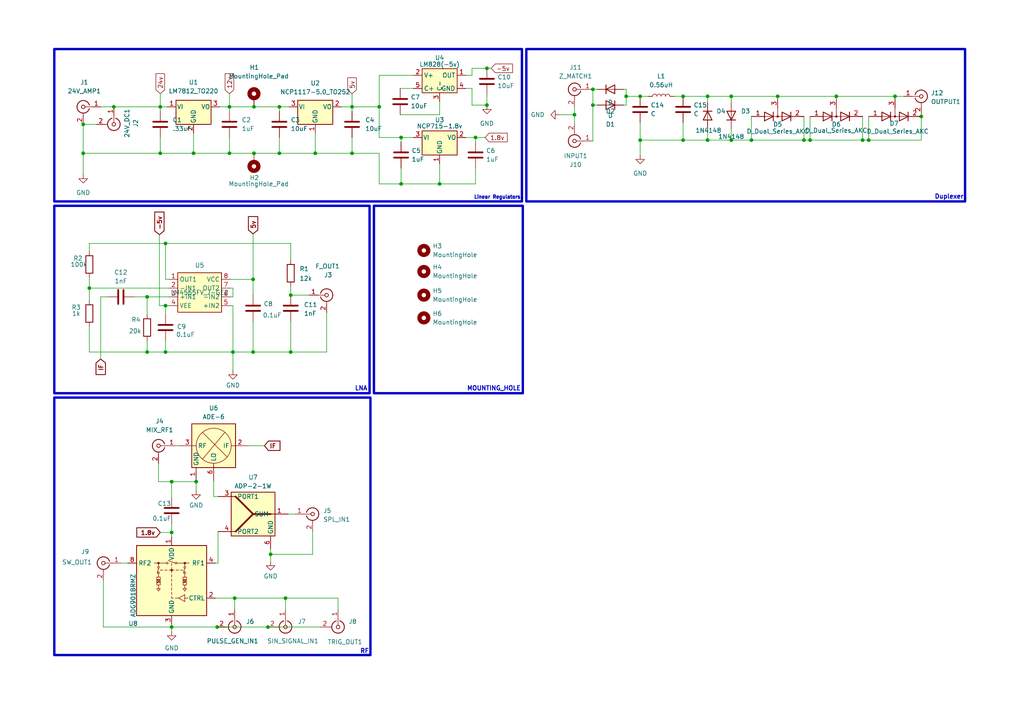
<source format=kicad_sch>
(kicad_sch (version 20230121) (generator eeschema)
  (paper "A4")
  (lib_symbols
    (symbol "Connector:Conn_Coaxial" (pin_names (offset 1.016) hide)
      (property "Reference" "J" (at 0.254 3.048 0))
      (property "Value" "Conn_Coaxial" (at 2.921 0 90))
      (symbol "Conn_Coaxial_0_1"
        (arc (start -1.778 -0.508) (mid 0.2311 -1.8066) (end 1.778 0) (stroke (width 0.254)))
        (polyline (pts (xy -2.54 0) (xy -0.508 0)))
        (polyline (pts (xy 0 -2.54) (xy 0 -1.778)))
        (circle (center 0 0) (radius 0.508) (stroke (width 0.2032)))
        (arc (start 1.778 0) (mid 0.2099 1.8101) (end -1.778 0.508) (stroke (width 0.254)))
      )
      (symbol "Conn_Coaxial_1_1"
        (pin passive line (at -5.08 0 0) (length 2.54) (name "In") (number "1"))
        (pin passive line (at 0 -5.08 90) (length 2.54) (name "Ext") (number "2"))
      )
    )
    (symbol "Device:C" (pin_numbers hide) (pin_names (offset 0.254))
      (property "Reference" "C" (at 0.635 2.54 0))
      (property "Value" "C" (at 0.635 -2.54 0))
      (symbol "C_0_1"
        (polyline (pts (xy -2.032 -0.762) (xy 2.032 -0.762)) (stroke (width 0.508)))
        (polyline (pts (xy -2.032 0.762) (xy 2.032 0.762)) (stroke (width 0.508)))
      )
      (symbol "C_1_1"
        (pin passive line (at 0 3.81 270) (length 2.794) (name "~") (number "1"))
        (pin passive line (at 0 -3.81 90) (length 2.794) (name "~") (number "2"))
      )
    )
    (symbol "Device:D" (pin_numbers hide) (pin_names (offset 1.016) hide)
      (property "Reference" "D" (at 0 2.54 0))
      (property "Value" "D" (at 0 -2.54 0))
      (symbol "D_0_1"
        (polyline (pts (xy -1.27 1.27) (xy -1.27 -1.27)) (stroke (width 0.254)))
        (polyline (pts (xy 1.27 0) (xy -1.27 0)))
        (polyline (pts (xy 1.27 1.27) (xy 1.27 -1.27) (xy -1.27 0) (xy 1.27 1.27)) (stroke (width 0.254)))
      )
      (symbol "D_1_1"
        (pin passive line (at -3.81 0 0) (length 2.54) (name "K") (number "1"))
        (pin passive line (at 3.81 0 180) (length 2.54) (name "A") (number "2"))
      )
    )
    (symbol "Device:D_Dual_Series_AKC" (pin_names (offset 0.762) hide)
      (property "Reference" "D" (at 1.27 -2.54 0))
      (property "Value" "D_Dual_Series_AKC" (at 0 2.54 0))
      (symbol "D_Dual_Series_AKC_0_1"
        (polyline (pts (xy -3.81 0) (xy 3.81 0)))
        (polyline (pts (xy 0 0) (xy 0 -2.54)))
        (polyline (pts (xy 6.35 0) (xy 7.62 0)))
        (polyline (pts (xy -1.27 -1.27) (xy -1.27 1.27) (xy -1.27 1.27)) (stroke (width 0.254)))
        (polyline (pts (xy 3.81 1.27) (xy 3.81 -1.27) (xy 3.81 -1.27)) (stroke (width 0.254)))
        (polyline (pts (xy -3.81 1.27) (xy -1.27 0) (xy -3.81 -1.27) (xy -3.81 1.27) (xy -3.81 1.27) (xy -3.81 1.27)) (stroke (width 0.254)))
        (polyline (pts (xy 1.27 1.27) (xy 3.81 0) (xy 1.27 -1.27) (xy 1.27 1.27) (xy 1.27 1.27) (xy 1.27 1.27)) (stroke (width 0.254)))
        (circle (center 0 0) (radius 0.254) (fill (type outline)))
        (pin passive line (at -7.62 0 0) (length 3.81) (name "A") (number "1"))
        (pin passive line (at 7.62 0 180) (length 3.81) (name "K") (number "2"))
        (pin passive line (at 0 -5.08 90) (length 2.54) (name "common") (number "3"))
      )
    )
    (symbol "Device:L" (pin_numbers hide) (pin_names (offset 1.016) hide)
      (property "Reference" "L" (at -1.27 0 90))
      (property "Value" "L" (at 1.905 0 90))
      (symbol "L_0_1"
        (arc (start 0 -2.54) (mid 0.6323 -1.905) (end 0 -1.27))
        (arc (start 0 -1.27) (mid 0.6323 -0.635) (end 0 0))
        (arc (start 0 0) (mid 0.6323 0.635) (end 0 1.27))
        (arc (start 0 1.27) (mid 0.6323 1.905) (end 0 2.54))
      )
      (symbol "L_1_1"
        (pin passive line (at 0 3.81 270) (length 1.27) (name "1") (number "1"))
        (pin passive line (at 0 -3.81 90) (length 1.27) (name "2") (number "2"))
      )
    )
    (symbol "Device:R" (pin_numbers hide) (pin_names (offset 0))
      (property "Reference" "R" (at 2.032 0 90))
      (property "Value" "R" (at 0 0 90))
      (symbol "R_0_1"
        (rectangle (start -1.016 -2.54) (end 1.016 2.54) (stroke (width 0.254)))
      )
      (symbol "R_1_1"
        (pin passive line (at 0 3.81 270) (length 1.27) (name "~") (number "1"))
        (pin passive line (at 0 -3.81 90) (length 1.27) (name "~") (number "2"))
      )
    )
    (symbol "Diode:1N4148" (pin_numbers hide) (pin_names hide)
      (property "Reference" "D" (at 0 2.54 0))
      (property "Value" "1N4148" (at 0 -2.54 0))
      (symbol "1N4148_0_1"
        (polyline (pts (xy -1.27 1.27) (xy -1.27 -1.27)) (stroke (width 0.254)))
        (polyline (pts (xy 1.27 0) (xy -1.27 0)))
        (polyline (pts (xy 1.27 1.27) (xy 1.27 -1.27) (xy -1.27 0) (xy 1.27 1.27)) (stroke (width 0.254)))
      )
      (symbol "1N4148_1_1"
        (pin passive line (at -3.81 0 0) (length 2.54) (name "K") (number "1"))
        (pin passive line (at 3.81 0 180) (length 2.54) (name "A") (number "2"))
      )
    )
    (symbol "Mechanical:MountingHole" (pin_names (offset 1.016))
      (property "Reference" "H" (at 0 5.08 0))
      (property "Value" "MountingHole" (at 0 3.175 0))
      (symbol "MountingHole_0_1"
        (circle (center 0 0) (radius 1.27) (stroke (width 1.27)))
      )
    )
    (symbol "Mechanical:MountingHole_Pad" (pin_numbers hide) (pin_names (offset 1.016) hide)
      (property "Reference" "H" (at 0 6.35 0))
      (property "Value" "MountingHole_Pad" (at 0 4.445 0))
      (symbol "MountingHole_Pad_0_1"
        (circle (center 0 1.27) (radius 1.27) (stroke (width 1.27)))
      )
      (symbol "MountingHole_Pad_1_1"
        (pin input line (at 0 -2.54 90) (length 2.54) (name "1") (number "1"))
      )
    )
    (symbol "NMR_symbols:LM4565FV_J-GE2"
      (property "Reference" "U" (at 0 7.62 0))
      (symbol "LM4565FV_J-GE2_1_1"
        (rectangle (start -6.35 5.715) (end 6.35 -5.715) (stroke (width 0.22)) (fill (type background)))
        (pin input line (at -8.89 3.81 0) (length 2.54) (name "OUT1") (number "1"))
        (pin input line (at -8.89 1.27 0) (length 2.54) (name "-IN1") (number "2"))
        (pin input line (at -8.89 -1.27 0) (length 2.54) (name "+IN1") (number "3"))
        (pin input line (at -8.89 -3.81 0) (length 2.54) (name "VEE") (number "4"))
        (pin input line (at 8.89 -3.81 180) (length 2.54) (name "+IN2") (number "5"))
        (pin input line (at 8.89 -1.27 180) (length 2.54) (name "-IN2") (number "6"))
        (pin input line (at 8.89 1.27 180) (length 2.54) (name "OUT2") (number "7"))
        (pin input line (at 8.89 3.81 180) (length 2.54) (name "VCC") (number "8"))
      )
    )
    (symbol "NMR_symbols:LM828"
      (property "Reference" "U" (at 0 3.175 0))
      (symbol "LM828_1_1"
        (rectangle (start -5.08 1.905) (end 5.08 -5.08) (stroke (width 0.22)) (fill (type background)))
        (pin input line (at 7.62 0 180) (length 2.54) (name "OUT") (number "1"))
        (pin input line (at -7.62 0 0) (length 2.54) (name "V+") (number "2"))
        (pin input line (at 0 -7.62 90) (length 2.54) (name "C-") (number "3"))
        (pin input line (at 7.62 -3.81 180) (length 2.54) (name "GND") (number "4"))
        (pin input line (at -7.62 -3.81 0) (length 2.54) (name "C+") (number "5"))
      )
    )
    (symbol "RF:ADP-2-1W"
      (property "Reference" "U" (at -6.35 7.62 0))
      (property "Value" "ADP-2-1W" (at 6.35 7.62 0))
      (symbol "ADP-2-1W_0_1"
        (rectangle (start -6.35 6.35) (end 6.35 -6.35) (stroke (width 0.254)) (fill (type background)))
        (polyline (pts (xy 0 0) (xy 5.08 -5.08)) (stroke (width 0.508)))
        (polyline (pts (xy -5.08 0) (xy 0 0) (xy 5.08 5.08)) (stroke (width 0.508)))
      )
      (symbol "ADP-2-1W_1_1"
        (pin passive line (at -10.16 0 0) (length 5.08) (name "SUM") (number "1"))
        (pin no_connect line (at 5.08 2.54 180) (length 5.08) hide (name "NC") (number "2"))
        (pin passive line (at 10.16 5.08 180) (length 5.08) (name "PORT1") (number "3"))
        (pin passive line (at 10.16 -5.08 180) (length 5.08) (name "PORT2") (number "4"))
        (pin no_connect line (at 5.08 -2.54 180) (length 5.08) hide (name "NC") (number "5"))
        (pin passive line (at -5.08 -10.16 90) (length 3.81) (name "GND") (number "6"))
      )
    )
    (symbol "RF_Mixer:ADE-6"
      (property "Reference" "U" (at -6.35 7.62 0))
      (property "Value" "ADE-6" (at 6.35 7.62 0))
      (symbol "ADE-6_0_1"
        (rectangle (start -6.35 6.35) (end 6.35 -6.35) (stroke (width 0.254)) (fill (type background)))
        (polyline (pts (xy -3.175 -3.81) (xy 3.175 3.81)))
        (polyline (pts (xy 3.81 -3.175) (xy -3.175 3.81)))
        (circle (center 0 0) (radius 5.08))
      )
      (symbol "ADE-6_1_1"
        (pin power_in line (at -5.08 -10.16 90) (length 3.81) (name "GND") (number "1"))
        (pin output line (at 10.16 0 180) (length 5.08) (name "IF") (number "2"))
        (pin input line (at -10.16 0 0) (length 5.08) (name "RF") (number "3"))
        (pin passive line (at -5.08 -10.16 90) (length 3.81) hide (name "GND") (number "4"))
        (pin passive line (at -5.08 -10.16 90) (length 3.81) hide (name "GND") (number "5"))
        (pin input line (at 0 -10.16 90) (length 5.08) (name "LO") (number "6"))
      )
    )
    (symbol "RF_Switch:ADG901BRMZ"
      (property "Reference" "U" (at -10.16 11.43 0))
      (property "Value" "ADG901BRMZ" (at 1.27 11.43 0))
      (symbol "ADG901BRMZ_0_0"
        (rectangle (start -10.16 10.16) (end 10.16 -10.16) (stroke (width 0.254)) (fill (type background)))
        (polyline (pts (xy -4.826 -5.08) (xy -3.81 -5.08)))
        (polyline (pts (xy -2.54 3.048) (xy -3.302 3.048)))
        (polyline (pts (xy -2.032 3.048) (xy -1.27 3.048)))
        (polyline (pts (xy -1.016 -5.08) (xy -2.032 -5.08)))
        (polyline (pts (xy 0 -3.302) (xy 0 -4.064)))
        (polyline (pts (xy 0 -2.032) (xy 0 -2.794)))
        (polyline (pts (xy 0 -0.762) (xy 0 -1.524)))
        (polyline (pts (xy 0 0.508) (xy 0 -0.254)))
        (polyline (pts (xy 0 1.778) (xy 0 1.016)))
        (polyline (pts (xy 0 3.048) (xy -0.762 3.048)))
        (polyline (pts (xy 0 3.048) (xy 0 2.286)))
        (polyline (pts (xy 0 3.048) (xy 0 3.81)))
        (polyline (pts (xy 0 3.048) (xy 0.762 3.048)))
        (polyline (pts (xy 0 4.318) (xy 0 5.08)))
        (polyline (pts (xy 1.27 3.048) (xy 2.032 3.048)))
        (polyline (pts (xy 2.54 3.048) (xy 3.302 3.048)))
        (polyline (pts (xy 0 -4.572) (xy 0 -5.08) (xy -0.508 -5.08)))
        (polyline (pts (xy -3.81 -4.064) (xy -3.81 -6.096) (xy -2.032 -5.08) (xy -3.81 -4.064)))
        (circle (center 0 3.048) (radius 0.254) (fill (type outline)))
        (text "50" (at -3.81 -0.127 900) (effects (font (size 0.635 0.635))))
        (text "50" (at 3.81 -0.127 900) (effects (font (size 0.635 0.635))))
      )
      (symbol "ADG901BRMZ_0_1"
        (rectangle (start -4.318 1.016) (end -3.302 -1.27))
        (circle (center -3.81 2.286) (radius 0.254))
        (circle (center -3.81 3.81) (radius 0.254))
        (circle (center -3.81 5.08) (radius 0.254) (fill (type outline)))
        (circle (center -1.27 5.08) (radius 0.254))
        (polyline (pts (xy -5.08 5.08) (xy -1.524 5.08)))
        (polyline (pts (xy -3.81 2.032) (xy -3.81 1.016)))
        (polyline (pts (xy -3.81 3.556) (xy -3.429 2.159)))
        (polyline (pts (xy -3.81 5.08) (xy -3.81 4.064)))
        (polyline (pts (xy -1.016 5.08) (xy 1.016 5.842)))
        (polyline (pts (xy 1.524 5.08) (xy 5.08 5.08)))
        (polyline (pts (xy 3.81 2.032) (xy 3.81 1.016)))
        (polyline (pts (xy 3.81 3.556) (xy 4.191 2.159)))
        (polyline (pts (xy 3.81 5.08) (xy 3.81 4.064)))
        (polyline (pts (xy -3.81 -1.27) (xy -3.81 -2.286) (xy -4.318 -2.286) (xy -3.81 -3.048) (xy -3.302 -2.286) (xy -3.81 -2.286)))
        (polyline (pts (xy 3.81 -1.27) (xy 3.81 -2.286) (xy 3.302 -2.286) (xy 3.81 -3.048) (xy 4.318 -2.286) (xy 3.81 -2.286)))
        (circle (center 1.27 5.08) (radius 0.254))
        (rectangle (start 3.302 1.016) (end 4.318 -1.27))
        (circle (center 3.81 2.286) (radius 0.254))
        (circle (center 3.81 3.81) (radius 0.254))
        (circle (center 3.81 5.08) (radius 0.254) (fill (type outline)))
      )
      (symbol "ADG901BRMZ_1_1"
        (pin power_in line (at 0 12.7 270) (length 2.54) (name "VDD") (number "1"))
        (pin input line (at -12.7 -5.08 0) (length 2.54) (name "CTRL") (number "2"))
        (pin power_in line (at 0 -12.7 90) (length 2.54) (name "GND") (number "3"))
        (pin passive line (at -12.7 5.08 0) (length 2.54) (name "RF1") (number "4"))
        (pin passive line (at 0 -12.7 90) (length 2.54) hide (name "GND") (number "5"))
        (pin passive line (at 0 -12.7 90) (length 2.54) hide (name "GND") (number "6"))
        (pin passive line (at 0 -12.7 90) (length 2.54) hide (name "GND") (number "7"))
        (pin passive line (at 12.7 5.08 180) (length 2.54) (name "RF2") (number "8"))
      )
    )
    (symbol "Regulator_Linear:LM7812_TO220" (pin_names (offset 0.254))
      (property "Reference" "U" (at -3.81 3.175 0))
      (property "Value" "LM7812_TO220" (at 0 3.175 0))
      (symbol "LM7812_TO220_0_1"
        (rectangle (start -5.08 1.905) (end 5.08 -5.08) (stroke (width 0.254)) (fill (type background)))
      )
      (symbol "LM7812_TO220_1_1"
        (pin power_in line (at -7.62 0 0) (length 2.54) (name "VI") (number "1"))
        (pin power_in line (at 0 -7.62 90) (length 2.54) (name "GND") (number "2"))
        (pin power_out line (at 7.62 0 180) (length 2.54) (name "VO") (number "3"))
      )
    )
    (symbol "Regulator_Linear:NCP1117-5.0_TO252" (pin_names (offset 0.254))
      (property "Reference" "U" (at -3.81 3.175 0))
      (property "Value" "NCP1117-5.0_TO252" (at 0 3.175 0))
      (symbol "NCP1117-5.0_TO252_0_1"
        (rectangle (start -5.08 1.905) (end 5.08 -5.08) (stroke (width 0.254)) (fill (type background)))
      )
      (symbol "NCP1117-5.0_TO252_1_1"
        (pin power_in line (at 0 -7.62 90) (length 2.54) (name "GND") (number "1"))
        (pin power_out line (at 7.62 0 180) (length 2.54) (name "VO") (number "2"))
        (pin power_in line (at -7.62 0 0) (length 2.54) (name "VI") (number "3"))
      )
    )
    (symbol "power:GND" (power) (pin_names (offset 0))
      (property "Value" "GND" (at 0 -3.81 0))
      (symbol "GND_0_1"
        (polyline (pts (xy 0 0) (xy 0 -1.27) (xy 1.27 -1.27) (xy 0 -2.54) (xy -1.27 -1.27) (xy 0 -1.27)))
      )
      (symbol "GND_1_1"
        (pin power_in line (at 0 0 270) (length 0) hide (name "GND") (number "1"))
      )
    )
  )
  (junction (at 33.02 30.988))
  (junction (at 141.224 30.48))
  (junction (at 24.13 44.45))
  (junction (at 102.108 30.988))
  (junction (at 56.896 139.7))
  (junction (at 67.564 102.108))
  (junction (at 242.57 27.94))
  (junction (at 91.44 44.45))
  (junction (at 102.108 44.45))
  (junction (at 137.922 39.878))
  (junction (at 185.674 27.94))
  (junction (at 166.624 33.274))
  (junction (at 46.482 30.988))
  (junction (at 49.784 154.432))
  (junction (at 24.13 36.068))
  (junction (at 251.968 40.64))
  (junction (at 42.672 102.108))
  (junction (at 25.908 83.566))
  (junction (at 46.482 44.45))
  (junction (at 49.784 139.7))
  (junction (at 212.09 27.94))
  (junction (at 48.006 88.646))
  (junction (at 267.208 33.782))
  (junction (at 116.332 39.878))
  (junction (at 185.674 40.64))
  (junction (at 84.328 102.108))
  (junction (at 78.486 160.782))
  (junction (at 212.09 40.64))
  (junction (at 66.548 30.988))
  (junction (at 259.588 27.94))
  (junction (at 205.232 40.64))
  (junction (at 198.12 40.64))
  (junction (at 48.006 70.612))
  (junction (at 48.006 102.108))
  (junction (at 198.12 27.94))
  (junction (at 250.19 40.64))
  (junction (at 62.992 181.864))
  (junction (at 233.172 40.64))
  (junction (at 141.224 19.812))
  (junction (at 217.932 40.64))
  (junction (at 127.508 53.34))
  (junction (at 82.804 173.482))
  (junction (at 181.61 27.94))
  (junction (at 77.724 181.864))
  (junction (at 225.552 27.94))
  (junction (at 205.232 27.94))
  (junction (at 81.026 30.988))
  (junction (at 171.958 30.48))
  (junction (at 68.072 173.482))
  (junction (at 42.672 86.106))
  (junction (at 116.332 53.34))
  (junction (at 66.548 44.45))
  (junction (at 84.328 85.598))
  (junction (at 109.982 30.988))
  (junction (at 171.958 25.908))
  (junction (at 73.66 44.45))
  (junction (at 56.134 44.45))
  (junction (at 81.026 44.45))
  (junction (at 73.406 102.108))
  (junction (at 234.95 40.64))
  (junction (at 49.784 181.864))
  (junction (at 73.66 30.988))
  (junction (at 73.406 81.026))
  (wire (pts (xy 66.548 27.178) (xy 66.548 30.988)))
  (wire (pts (xy 234.95 33.782) (xy 234.95 40.64)))
  (wire (pts (xy 29.972 181.864) (xy 49.784 181.864)))
  (wire (pts (xy 225.552 27.94) (xy 225.552 28.702)))
  (wire (pts (xy 61.976 144.018) (xy 63.246 144.018)))
  (wire (pts (xy 25.908 83.566) (xy 25.908 87.122)))
  (wire (pts (xy 31.242 86.106) (xy 29.21 86.106)))
  (wire (pts (xy 72.136 129.286) (xy 76.708 129.286)))
  (wire (pts (xy 137.922 39.878) (xy 137.922 41.148)))
  (wire (pts (xy 81.026 44.45) (xy 73.66 44.45)))
  (wire (pts (xy 25.908 102.108) (xy 42.672 102.108)))
  (wire (pts (xy 33.02 30.988) (xy 46.482 30.988)))
  (wire (pts (xy 109.982 53.34) (xy 116.332 53.34)))
  (wire (pts (xy 67.564 107.442) (xy 67.564 102.108)))
  (wire (pts (xy 73.406 85.598) (xy 73.406 81.026)))
  (wire (pts (xy 38.862 86.106) (xy 42.672 86.106)))
  (wire (pts (xy 195.58 27.94) (xy 198.12 27.94)))
  (wire (pts (xy 46.482 30.988) (xy 46.482 32.258)))
  (wire (pts (xy 233.172 33.782) (xy 233.172 40.64)))
  (wire (pts (xy 56.896 139.446) (xy 56.896 139.7)))
  (wire (pts (xy 181.61 27.94) (xy 181.61 25.908)))
  (wire (pts (xy 116.332 53.34) (xy 127.508 53.34)))
  (wire (pts (xy 66.548 44.45) (xy 73.66 44.45)))
  (wire (pts (xy 198.12 40.64) (xy 205.232 40.64)))
  (wire (pts (xy 81.026 30.988) (xy 81.026 32.258)))
  (wire (pts (xy 135.128 39.878) (xy 137.922 39.878)))
  (wire (pts (xy 24.13 36.068) (xy 24.13 44.45)))
  (wire (pts (xy 73.66 30.988) (xy 81.026 30.988)))
  (wire (pts (xy 82.804 176.784) (xy 82.804 173.482)))
  (wire (pts (xy 171.958 30.48) (xy 173.228 30.48)))
  (wire (pts (xy 63.754 30.988) (xy 66.548 30.988)))
  (wire (pts (xy 84.328 83.058) (xy 84.328 85.598)))
  (wire (pts (xy 102.108 30.988) (xy 109.982 30.988)))
  (wire (pts (xy 171.704 40.894) (xy 171.958 40.894)))
  (wire (pts (xy 181.61 30.48) (xy 181.61 27.94)))
  (wire (pts (xy 29.972 168.402) (xy 29.972 181.864)))
  (wire (pts (xy 90.678 160.782) (xy 78.486 160.782)))
  (wire (pts (xy 35.052 163.322) (xy 37.084 163.322)))
  (wire (pts (xy 205.232 27.94) (xy 212.09 27.94)))
  (wire (pts (xy 25.908 72.898) (xy 25.908 70.612)))
  (wire (pts (xy 83.566 149.098) (xy 85.598 149.098)))
  (wire (pts (xy 62.992 181.864) (xy 77.724 181.864)))
  (wire (pts (xy 90.678 154.178) (xy 90.678 160.782)))
  (wire (pts (xy 116.078 33.274) (xy 127.508 33.274)))
  (wire (pts (xy 102.108 44.45) (xy 91.44 44.45)))
  (wire (pts (xy 217.932 33.782) (xy 217.932 40.64)))
  (wire (pts (xy 242.57 27.94) (xy 259.588 27.94)))
  (wire (pts (xy 49.784 181.864) (xy 49.784 183.134)))
  (wire (pts (xy 48.006 88.646) (xy 48.006 91.186)))
  (wire (pts (xy 25.908 94.742) (xy 25.908 102.108)))
  (wire (pts (xy 29.21 86.106) (xy 29.21 104.14)))
  (wire (pts (xy 136.906 21.844) (xy 136.906 19.812)))
  (wire (pts (xy 109.982 21.844) (xy 109.982 30.988)))
  (wire (pts (xy 62.484 163.322) (xy 63.246 163.322)))
  (wire (pts (xy 205.232 37.338) (xy 205.232 40.64)))
  (wire (pts (xy 171.958 40.894) (xy 171.958 30.48)))
  (wire (pts (xy 25.908 80.518) (xy 25.908 83.566)))
  (wire (pts (xy 185.674 40.64) (xy 198.12 40.64)))
  (wire (pts (xy 136.906 19.812) (xy 141.224 19.812)))
  (wire (pts (xy 102.108 27.178) (xy 102.108 30.988)))
  (wire (pts (xy 77.724 181.864) (xy 92.964 181.864)))
  (wire (pts (xy 251.968 33.782) (xy 251.968 40.64)))
  (wire (pts (xy 45.974 134.366) (xy 45.974 139.7)))
  (wire (pts (xy 91.44 44.45) (xy 81.026 44.45)))
  (wire (pts (xy 259.588 27.94) (xy 259.588 28.702)))
  (wire (pts (xy 234.95 40.64) (xy 250.19 40.64)))
  (wire (pts (xy 27.94 36.068) (xy 24.13 36.068)))
  (wire (pts (xy 185.674 35.56) (xy 185.674 40.64)))
  (wire (pts (xy 171.704 25.908) (xy 171.958 25.908)))
  (wire (pts (xy 84.328 85.598) (xy 89.662 85.598)))
  (wire (pts (xy 135.128 21.844) (xy 136.906 21.844)))
  (wire (pts (xy 205.232 40.64) (xy 212.09 40.64)))
  (wire (pts (xy 250.19 33.782) (xy 250.19 40.64)))
  (wire (pts (xy 56.896 139.7) (xy 56.896 142.24)))
  (wire (pts (xy 81.026 30.988) (xy 83.82 30.988)))
  (wire (pts (xy 61.976 139.446) (xy 61.976 144.018)))
  (wire (pts (xy 49.784 151.892) (xy 49.784 154.432)))
  (wire (pts (xy 33.02 30.988) (xy 29.21 30.988)))
  (wire (pts (xy 45.974 139.7) (xy 49.784 139.7)))
  (wire (pts (xy 73.406 67.818) (xy 73.406 81.026)))
  (wire (pts (xy 66.548 30.988) (xy 73.66 30.988)))
  (wire (pts (xy 48.006 88.646) (xy 49.022 88.646)))
  (wire (pts (xy 25.908 83.566) (xy 49.022 83.566)))
  (wire (pts (xy 78.486 160.782) (xy 78.486 162.814)))
  (wire (pts (xy 185.674 40.64) (xy 185.674 44.958)))
  (wire (pts (xy 66.548 44.45) (xy 56.134 44.45)))
  (wire (pts (xy 42.672 98.806) (xy 42.672 102.108)))
  (wire (pts (xy 49.784 181.864) (xy 62.992 181.864)))
  (wire (pts (xy 42.672 102.108) (xy 48.006 102.108)))
  (wire (pts (xy 49.784 181.102) (xy 49.784 181.864)))
  (wire (pts (xy 102.108 30.988) (xy 102.108 32.258)))
  (wire (pts (xy 180.848 25.908) (xy 181.61 25.908)))
  (wire (pts (xy 116.078 25.654) (xy 119.888 25.654)))
  (wire (pts (xy 185.674 27.94) (xy 187.96 27.94)))
  (wire (pts (xy 212.09 29.718) (xy 212.09 27.94)))
  (wire (pts (xy 63.246 163.322) (xy 63.246 154.178)))
  (wire (pts (xy 24.13 44.45) (xy 24.13 50.546)))
  (wire (pts (xy 66.802 81.026) (xy 73.406 81.026)))
  (wire (pts (xy 56.134 38.608) (xy 56.134 44.45)))
  (wire (pts (xy 51.054 129.286) (xy 51.816 129.286)))
  (wire (pts (xy 212.09 27.94) (xy 225.552 27.94)))
  (wire (pts (xy 137.922 53.34) (xy 127.508 53.34)))
  (wire (pts (xy 46.482 27.178) (xy 46.482 30.988)))
  (wire (pts (xy 73.406 102.108) (xy 84.328 102.108)))
  (wire (pts (xy 78.486 159.258) (xy 78.486 160.782)))
  (wire (pts (xy 42.672 86.106) (xy 42.672 91.186)))
  (wire (pts (xy 48.006 102.108) (xy 67.564 102.108)))
  (wire (pts (xy 137.922 39.878) (xy 140.716 39.878)))
  (wire (pts (xy 46.482 30.988) (xy 48.514 30.988)))
  (wire (pts (xy 98.044 173.482) (xy 82.804 173.482)))
  (wire (pts (xy 48.006 81.026) (xy 48.006 70.612)))
  (wire (pts (xy 49.784 139.7) (xy 49.784 144.272)))
  (wire (pts (xy 141.224 19.812) (xy 142.494 19.812)))
  (wire (pts (xy 212.09 37.338) (xy 212.09 40.64)))
  (wire (pts (xy 24.13 44.45) (xy 46.482 44.45)))
  (wire (pts (xy 198.12 27.94) (xy 205.232 27.94)))
  (wire (pts (xy 137.922 48.768) (xy 137.922 53.34)))
  (wire (pts (xy 171.958 30.48) (xy 171.958 25.908)))
  (wire (pts (xy 46.482 39.878) (xy 46.482 44.45)))
  (wire (pts (xy 198.12 35.56) (xy 198.12 40.64)))
  (wire (pts (xy 67.564 86.106) (xy 66.802 86.106)))
  (wire (pts (xy 217.932 40.64) (xy 233.172 40.64)))
  (wire (pts (xy 233.172 40.64) (xy 234.95 40.64)))
  (wire (pts (xy 136.906 30.48) (xy 141.224 30.48)))
  (wire (pts (xy 116.332 39.878) (xy 116.332 41.148)))
  (wire (pts (xy 267.208 33.02) (xy 267.208 33.782)))
  (wire (pts (xy 212.09 40.64) (xy 217.932 40.64)))
  (wire (pts (xy 48.006 70.612) (xy 84.328 70.612)))
  (wire (pts (xy 116.332 39.878) (xy 119.888 39.878)))
  (wire (pts (xy 91.44 38.608) (xy 91.44 44.45)))
  (wire (pts (xy 49.784 154.432) (xy 49.784 155.702)))
  (wire (pts (xy 109.982 39.878) (xy 116.332 39.878)))
  (wire (pts (xy 136.906 25.654) (xy 136.906 30.48)))
  (wire (pts (xy 135.128 25.654) (xy 136.906 25.654)))
  (wire (pts (xy 25.908 70.612) (xy 48.006 70.612)))
  (wire (pts (xy 98.044 176.784) (xy 98.044 173.482)))
  (wire (pts (xy 42.672 86.106) (xy 49.022 86.106)))
  (wire (pts (xy 84.328 93.218) (xy 84.328 102.108)))
  (wire (pts (xy 66.548 30.988) (xy 66.548 32.258)))
  (wire (pts (xy 109.982 30.988) (xy 109.982 39.878)))
  (wire (pts (xy 84.328 102.108) (xy 94.742 102.108)))
  (wire (pts (xy 116.332 48.768) (xy 116.332 53.34)))
  (wire (pts (xy 242.57 27.94) (xy 242.57 28.702)))
  (wire (pts (xy 205.232 29.718) (xy 205.232 27.94)))
  (wire (pts (xy 84.328 70.612) (xy 84.328 75.438)))
  (wire (pts (xy 46.228 88.646) (xy 48.006 88.646)))
  (wire (pts (xy 81.026 39.878) (xy 81.026 44.45)))
  (wire (pts (xy 68.072 173.482) (xy 68.072 176.784)))
  (wire (pts (xy 49.784 139.7) (xy 56.896 139.7)))
  (wire (pts (xy 46.228 68.072) (xy 46.228 88.646)))
  (wire (pts (xy 267.208 33.782) (xy 267.208 40.64)))
  (wire (pts (xy 251.968 40.64) (xy 267.208 40.64)))
  (wire (pts (xy 141.224 27.432) (xy 141.224 30.48)))
  (wire (pts (xy 225.552 27.94) (xy 242.57 27.94)))
  (wire (pts (xy 166.624 33.274) (xy 166.624 35.814)))
  (wire (pts (xy 73.406 93.218) (xy 73.406 102.108)))
  (wire (pts (xy 66.802 88.646) (xy 67.564 88.646)))
  (wire (pts (xy 171.958 25.908) (xy 173.228 25.908)))
  (wire (pts (xy 66.548 39.878) (xy 66.548 44.45)))
  (wire (pts (xy 180.848 30.48) (xy 181.61 30.48)))
  (wire (pts (xy 46.482 44.45) (xy 56.134 44.45)))
  (wire (pts (xy 82.804 173.482) (xy 68.072 173.482)))
  (wire (pts (xy 259.588 27.94) (xy 262.128 27.94)))
  (wire (pts (xy 166.624 30.988) (xy 166.624 33.274)))
  (wire (pts (xy 66.802 83.566) (xy 67.564 83.566)))
  (wire (pts (xy 99.06 30.988) (xy 102.108 30.988)))
  (wire (pts (xy 67.564 88.646) (xy 67.564 102.108)))
  (wire (pts (xy 250.19 40.64) (xy 251.968 40.64)))
  (wire (pts (xy 109.982 44.45) (xy 109.982 53.34)))
  (wire (pts (xy 102.108 44.45) (xy 109.982 44.45)))
  (wire (pts (xy 181.61 27.94) (xy 185.674 27.94)))
  (wire (pts (xy 109.982 21.844) (xy 119.888 21.844)))
  (wire (pts (xy 67.564 83.566) (xy 67.564 86.106)))
  (wire (pts (xy 46.482 154.432) (xy 49.784 154.432)))
  (wire (pts (xy 102.108 39.878) (xy 102.108 44.45)))
  (wire (pts (xy 73.406 102.108) (xy 67.564 102.108)))
  (wire (pts (xy 94.742 90.678) (xy 94.742 102.108)))
  (wire (pts (xy 127.508 33.274) (xy 127.508 29.464)))
  (wire (pts (xy 49.022 81.026) (xy 48.006 81.026)))
  (wire (pts (xy 48.006 98.806) (xy 48.006 102.108)))
  (wire (pts (xy 62.484 173.482) (xy 68.072 173.482)))
  (wire (pts (xy 162.306 33.274) (xy 166.624 33.274)))
  (wire (pts (xy 127.508 47.498) (xy 127.508 53.34)))
  (rectangle (start 15.748 115.316) (end 107.442 189.992) (stroke (width 0.6899)))
  (rectangle (start 15.748 59.69) (end 107.188 114.046) (stroke (width 0.6899)))
  (rectangle (start 15.748 14.224) (end 151.384 58.42) (stroke (width 0.6899)))
  (rectangle (start 108.458 59.69) (end 151.638 114.046) (stroke (width 0.6899)))
  (rectangle (start 152.654 14.224) (end 279.908 58.42) (stroke (width 0.6899)))
  (text "RF" (at 104.394 189.738 0) (effects (font (size 1.27 1.27) bold) (justify left bottom)))
  (text "Linear Regulators" (at 137.414 57.912 0) (effects (font (size 1 1) (thickness 0.254) bold) (justify left bottom)))
  (text "MOUNTING_HOLE" (at 135.382 113.538 0) (effects (font (size 1.27 1.27) (thickness 0.254) bold) (justify left bottom)))
  (text "Duplexer" (at 271.018 57.912 0) (effects (font (size 1.27 1.27) bold) (justify left bottom)))
  (text "LNA" (at 102.87 113.538 0) (effects (font (size 1.27 1.27) (thickness 0.254) bold) (justify left bottom)))
  (global_label "24v" (shape input) (at 46.482 27.178 90) (property "Intersheetrefs" "${INTERSHEET_REFS}" (effects hide)))
  (global_label "IF" (shape input) (at 29.21 104.14 270) (effects (font bold)) (property "Intersheetrefs" "${INTERSHEET_REFS}" (effects hide)))
  (global_label "12v" (shape input) (at 66.548 27.178 90) (property "Intersheetrefs" "${INTERSHEET_REFS}" (effects hide)))
  (global_label "-5v" (shape input) (at 46.228 68.072 90) (effects (font bold)) (property "Intersheetrefs" "${INTERSHEET_REFS}" (effects hide)))
  (global_label "5v" (shape input) (at 102.108 27.178 90) (property "Intersheetrefs" "${INTERSHEET_REFS}" (effects hide)))
  (global_label "IF" (shape input) (at 76.708 129.286 0) (effects (font bold)) (property "Intersheetrefs" "${INTERSHEET_REFS}" (effects hide)))
  (global_label "1.8v" (shape input) (at 140.716 39.878 0) (property "Intersheetrefs" "${INTERSHEET_REFS}" (effects hide)))
  (global_label "5v" (shape input) (at 73.406 67.818 90) (effects (font bold)) (property "Intersheetrefs" "${INTERSHEET_REFS}" (effects hide)))
  (global_label "-5v" (shape input) (at 142.494 19.812 0) (property "Intersheetrefs" "${INTERSHEET_REFS}" (effects hide)))
  (global_label "1.8v" (shape input) (at 46.482 154.432 180) (effects (font bold)) (property "Intersheetrefs" "${INTERSHEET_REFS}" (effects hide)))
  (symbol (lib_id "Device:D_Dual_Series_AKC") (at 225.552 33.782 0) (mirror x) (unit 1)
    (property "Reference" "D5" (at 225.552 36.068 0))
    (property "Value" "D_Dual_Series_AKC" (at 225.552 38.1 0))
    (property "Footprint" "Package_TO_SOT_SMD:TSOT-23_HandSoldering" (effects hide))
  )
  (symbol (lib_id "Device:D") (at 177.038 25.908 0) (unit 1)
    (property "Reference" "D2" (at 177.038 32.258 0))
    (property "Value" "D" (at 177.038 29.718 0))
    (property "Footprint" "Diode_THT:D_DO-35_SOD27_P7.62mm_Horizontal" (effects hide))
    (property "Sim.Device" "D" (effects hide))
    (property "Sim.Pins" "1=K 2=A" (effects hide))
  )
  (symbol (lib_id "Device:C") (at 46.482 36.068 0) (unit 1)
    (property "Reference" "C1" (at 50.038 34.798 0) (effects (justify left)))
    (property "Value" ".33uF" (at 50.038 37.338 0) (effects (justify left)))
    (property "Footprint" "Capacitor_SMD:C_1206_3216Metric" (effects hide))
  )
  (symbol (lib_id "Mechanical:MountingHole") (at 122.936 92.202 0) (unit 1)
    (property "Reference" "H6" (at 125.476 90.932 0) (effects (justify left)))
    (property "Value" "MountingHole" (at 125.476 93.472 0) (effects (justify left)))
    (property "Footprint" "MountingHole:MountingHole_3.2mm_M3" (effects hide))
  )
  (symbol (lib_id "Device:C") (at 48.006 94.996 0) (unit 1)
    (property "Reference" "C9" (at 51.308 94.742 0) (effects (justify left)))
    (property "Value" "0.1uF" (at 51.054 97.028 0) (effects (justify left)))
    (property "Footprint" "Capacitor_SMD:C_1206_3216Metric" (effects hide))
  )
  (symbol (lib_id "Mechanical:MountingHole") (at 122.936 72.644 0) (unit 1)
    (property "Reference" "H3" (at 125.476 71.374 0) (effects (justify left)))
    (property "Value" "MountingHole" (at 125.476 73.914 0) (effects (justify left)))
    (property "Footprint" "MountingHole:MountingHole_3.2mm_M3" (effects hide))
  )
  (symbol (lib_id "Connector:Conn_Coaxial") (at 33.02 36.068 270) (unit 1)
    (property "Reference" "J2" (at 39.37 35.7506 0))
    (property "Value" "24V_DC1" (at 36.83 35.7506 0))
    (property "Footprint" "Connector_Coaxial:SMA_Samtec_SMA-J-P-X-ST-EM1_EdgeMount" (effects hide))
    (property "Datasheet" " ~" (effects hide))
  )
  (symbol (lib_id "Regulator_Linear:NCP1117-5.0_TO252") (at 127.508 39.878 0) (unit 1)
    (property "Reference" "U3" (at 127.508 34.798 0))
    (property "Value" "NCP715-1.8v" (at 127.508 36.576 0))
    (property "Footprint" "Package_TO_SOT_SMD:SOT-353_SC-70-5" (effects hide))
    (property "Datasheet" "https://www.mouser.com/datasheet/2/308/1/NCP715_D-2317162.pdf" (effects hide))
  )
  (symbol (lib_id "RF_Switch:ADG901BRMZ") (at 49.784 168.402 0) (mirror y) (unit 1)
    (property "Reference" "U8" (at 38.608 180.848 0))
    (property "Value" "ADG901BRMZ" (at 38.608 172.72 90))
    (property "Footprint" "Package_SO:MSOP-8_3x3mm_P0.65mm" (effects hide))
    (property "Datasheet" "https://www.analog.com/media/en/technical-documentation/data-sheets/ADG901_902.pdf" (effects hide))
  )
  (symbol (lib_id "Device:C") (at 84.328 89.408 0) (unit 1)
    (property "Reference" "C11" (at 88.138 88.392 0) (effects (justify left)))
    (property "Value" "1nF" (at 88.138 90.932 0) (effects (justify left)))
    (property "Footprint" "Capacitor_SMD:C_1206_3216Metric" (effects hide))
  )
  (symbol (lib_id "Device:R") (at 42.672 94.996 0) (unit 1)
    (property "Reference" "R4" (at 38.1 92.71 0) (effects (justify left)))
    (property "Value" "20k" (at 37.338 96.012 0) (effects (justify left)))
    (property "Footprint" "Resistor_SMD:R_1206_3216Metric" (effects hide))
  )
  (symbol (lib_id "Diode:1N4148") (at 205.232 33.528 270) (unit 1)
    (property "Reference" "D4" (at 207.772 32.258 90) (effects (justify left)))
    (property "Value" "1N4148" (at 201.676 37.846 90) (effects (justify left)))
    (property "Footprint" "Diode_THT:D_DO-35_SOD27_P7.62mm_Horizontal" (effects hide))
    (property "Datasheet" "https://assets.nexperia.com/documents/data-sheet/1N4148_1N4448.pdf" (effects hide))
    (property "Sim.Device" "D" (effects hide))
    (property "Sim.Pins" "1=K 2=A" (effects hide))
  )
  (symbol (lib_id "Device:D") (at 177.038 30.48 180) (unit 1)
    (property "Reference" "D1" (at 177.038 36.068 0))
    (property "Value" "D" (at 177.038 33.528 0))
    (property "Footprint" "Diode_THT:D_DO-35_SOD27_P7.62mm_Horizontal" (effects hide))
    (property "Sim.Device" "D" (effects hide))
    (property "Sim.Pins" "1=K 2=A" (effects hide))
  )
  (symbol (lib_id "Device:C") (at 141.224 23.622 0) (unit 1)
    (property "Reference" "C10" (at 144.272 22.352 0) (effects (justify left)))
    (property "Value" "10uF" (at 144.272 24.892 0) (effects (justify left)))
    (property "Footprint" "Capacitor_SMD:C_1206_3216Metric" (effects hide))
  )
  (symbol (lib_id "power:GND") (at 24.13 50.546 0) (unit 1)
    (property "Reference" "#PWR01" (effects hide))
    (property "Value" "GND" (at 24.13 55.88 0))
  )
  (symbol (lib_id "Device:R") (at 25.908 76.708 180) (unit 1)
    (property "Reference" "R2" (at 22.606 74.93 0))
    (property "Value" "100k" (at 22.86 76.708 0))
    (property "Footprint" "Resistor_SMD:R_1206_3216Metric" (effects hide))
  )
  (symbol (lib_id "power:GND") (at 56.896 142.24 0) (unit 1)
    (property "Reference" "#PWR04" (effects hide))
    (property "Value" "GND" (at 56.896 146.558 0))
  )
  (symbol (lib_id "power:GND") (at 49.784 183.134 0) (unit 1)
    (property "Reference" "#PWR08" (effects hide))
    (property "Value" "GND" (at 49.784 187.96 0))
  )
  (symbol (lib_id "NMR_symbols:LM4565FV_J-GE2") (at 57.912 84.836 0) (unit 1)
    (property "Reference" "U5" (at 57.912 76.962 0))
    (property "Value" "LM4565FV_J-GE2" (at 57.912 84.836 0))
    (property "Footprint" "Package_SO:TSSOP-8_4.4x3mm_P0.65mm" (effects hide))
  )
  (symbol (lib_id "Device:L") (at 191.77 27.94 90) (unit 1)
    (property "Reference" "L1" (at 191.77 22.098 90))
    (property "Value" "0.56uH" (at 191.77 24.638 90))
    (property "Footprint" "Inductor_THT:L_Axial_L5.3mm_D2.2mm_P7.62mm_Horizontal_Vishay_IM-1" (effects hide))
  )
  (symbol (lib_id "Device:C") (at 81.026 36.068 0) (unit 1)
    (property "Reference" "C3" (at 84.328 34.798 0) (effects (justify left)))
    (property "Value" "10uF" (at 84.328 37.338 0) (effects (justify left)))
    (property "Footprint" "Capacitor_SMD:C_1206_3216Metric" (effects hide))
  )
  (symbol (lib_id "Mechanical:MountingHole_Pad") (at 73.66 46.99 180) (unit 1)
    (property "Reference" "H2" (at 72.39 51.562 0) (effects (justify right)))
    (property "Value" "MountingHole_Pad" (at 66.294 53.34 0) (effects (justify right)))
    (property "Footprint" "Connector_Pin:Pin_D1.0mm_L10.0mm" (effects hide))
  )
  (symbol (lib_id "Device:C") (at 49.784 148.082 0) (unit 1)
    (property "Reference" "C13" (at 45.72 146.05 0) (effects (justify left)))
    (property "Value" "0.1uF" (at 44.196 150.368 0) (effects (justify left)))
    (property "Footprint" "Capacitor_SMD:C_1206_3216Metric" (effects hide))
  )
  (symbol (lib_id "Mechanical:MountingHole") (at 122.936 85.598 0) (unit 1)
    (property "Reference" "H5" (at 125.476 84.328 0) (effects (justify left)))
    (property "Value" "MountingHole" (at 125.476 86.868 0) (effects (justify left)))
    (property "Footprint" "MountingHole:MountingHole_3.2mm_M3" (effects hide))
  )
  (symbol (lib_id "Connector:Conn_Coaxial") (at 24.13 30.988 0) (mirror y) (unit 1)
    (property "Reference" "J1" (at 24.4474 23.876 0))
    (property "Value" "24V_AMP1" (at 24.4474 26.416 0))
    (property "Footprint" "Connector_Coaxial:SMA_Samtec_SMA-J-P-X-ST-EM1_EdgeMount" (effects hide))
    (property "Datasheet" " ~" (effects hide))
  )
  (symbol (lib_id "Device:R") (at 25.908 90.932 180) (unit 1)
    (property "Reference" "R3" (at 22.098 89.154 0))
    (property "Value" "1k" (at 22.098 90.932 0))
    (property "Footprint" "Resistor_SMD:R_1206_3216Metric" (effects hide))
  )
  (symbol (lib_id "Connector:Conn_Coaxial") (at 68.072 181.864 270) (unit 1)
    (property "Reference" "J6" (at 71.374 180.2765 90) (effects (justify left)))
    (property "Value" "PULSE_GEN_IN1" (at 59.944 185.928 90) (effects (justify left)))
    (property "Footprint" "Connector_Coaxial:SMA_Samtec_SMA-J-P-X-ST-EM1_EdgeMount" (effects hide))
    (property "Datasheet" " ~" (effects hide))
  )
  (symbol (lib_id "Connector:Conn_Coaxial") (at 166.624 25.908 0) (mirror y) (unit 1)
    (property "Reference" "J11" (at 166.9414 19.558 0))
    (property "Value" "Z_MATCH1" (at 166.9414 22.098 0))
    (property "Footprint" "Connector_Coaxial:SMA_Samtec_SMA-J-P-X-ST-EM1_EdgeMount" (effects hide))
    (property "Datasheet" " ~" (effects hide))
  )
  (symbol (lib_id "Connector:Conn_Coaxial") (at 45.974 129.286 0) (mirror y) (unit 1)
    (property "Reference" "J4" (at 46.2914 122.174 0))
    (property "Value" "MIX_RF1" (at 46.2914 124.714 0))
    (property "Footprint" "Connector_Coaxial:SMA_Samtec_SMA-J-P-X-ST-EM1_EdgeMount" (effects hide))
    (property "Datasheet" " ~" (effects hide))
  )
  (symbol (lib_id "Device:C") (at 185.674 31.75 0) (unit 1)
    (property "Reference" "C14" (at 188.722 30.48 0) (effects (justify left)))
    (property "Value" "C" (at 188.722 33.02 0) (effects (justify left)))
    (property "Footprint" "Capacitor_SMD:C_1210_3225Metric" (effects hide))
  )
  (symbol (lib_id "Device:C") (at 116.332 44.958 0) (unit 1)
    (property "Reference" "C5" (at 119.38 43.688 0) (effects (justify left)))
    (property "Value" "1uF" (at 119.38 46.228 0) (effects (justify left)))
    (property "Footprint" "Capacitor_SMD:C_1206_3216Metric" (effects hide))
  )
  (symbol (lib_id "Connector:Conn_Coaxial") (at 98.044 181.864 270) (unit 1)
    (property "Reference" "J8" (at 101.092 180.2765 90) (effects (justify left)))
    (property "Value" "TRIG_OUT1" (at 94.996 186.182 90) (effects (justify left)))
    (property "Footprint" "Connector_Coaxial:SMA_Samtec_SMA-J-P-X-ST-EM1_EdgeMount" (effects hide))
    (property "Datasheet" " ~" (effects hide))
  )
  (symbol (lib_id "RF_Mixer:ADE-6") (at 61.976 129.286 0) (unit 1)
    (property "Reference" "U6" (at 61.976 118.364 0))
    (property "Value" "ADE-6" (at 61.976 120.904 0))
    (property "Footprint" "RF_Mini-Circuits:Mini-Circuits_CD542_LandPatternPL-052" (effects hide))
    (property "Datasheet" "https://www.minicircuits.com/pdfs/ADE-6.pdf" (effects hide))
  )
  (symbol (lib_id "RF:ADP-2-1W") (at 73.406 149.098 0) (mirror y) (unit 1)
    (property "Reference" "U7" (at 73.406 138.43 0))
    (property "Value" "ADP-2-1W" (at 73.406 140.97 0))
    (property "Footprint" "RF_Mini-Circuits:Mini-Circuits_CD636_LandPatternPL-035" (effects hide))
    (property "Datasheet" "https://www.minicircuits.com/pdfs/ADP-2-1W.pdf" (effects hide))
  )
  (symbol (lib_id "Regulator_Linear:NCP1117-5.0_TO252") (at 91.44 30.988 0) (unit 1)
    (property "Reference" "U2" (at 91.44 24.13 0))
    (property "Value" "NCP1117-5.0_TO252" (at 91.44 26.67 0))
    (property "Footprint" "Package_TO_SOT_SMD:TO-252-2" (effects hide))
    (property "Datasheet" "http://www.onsemi.com/pub_link/Collateral/NCP1117-D.PDF" (effects hide))
  )
  (symbol (lib_id "Device:C") (at 66.548 36.068 0) (unit 1)
    (property "Reference" "C2" (at 70.104 34.798 0) (effects (justify left)))
    (property "Value" "1uF" (at 70.104 37.338 0) (effects (justify left)))
    (property "Footprint" "Capacitor_SMD:C_1206_3216Metric" (effects hide))
  )
  (symbol (lib_id "Device:C") (at 73.406 89.408 0) (unit 1)
    (property "Reference" "C8" (at 76.454 88.138 0) (effects (justify left)))
    (property "Value" "0.1uF" (at 76.2 91.44 0) (effects (justify left)))
    (property "Footprint" "Capacitor_SMD:C_1206_3216Metric" (effects hide))
  )
  (symbol (lib_id "Diode:1N4148") (at 212.09 33.528 90) (unit 1)
    (property "Reference" "D3" (at 214.884 32.258 90) (effects (justify right)))
    (property "Value" "1N4148" (at 208.28 39.624 90) (effects (justify right)))
    (property "Footprint" "Diode_THT:D_DO-35_SOD27_P7.62mm_Horizontal" (effects hide))
    (property "Datasheet" "https://assets.nexperia.com/documents/data-sheet/1N4148_1N4448.pdf" (effects hide))
    (property "Sim.Device" "D" (effects hide))
    (property "Sim.Pins" "1=K 2=A" (effects hide))
  )
  (symbol (lib_id "Device:R") (at 84.328 79.248 0) (unit 1)
    (property "Reference" "R1" (at 86.868 77.978 0) (effects (justify left)))
    (property "Value" "12k" (at 86.868 80.772 0) (effects (justify left)))
    (property "Footprint" "Resistor_SMD:R_1206_3216Metric" (effects hide))
  )
  (symbol (lib_id "power:GND") (at 162.306 33.274 270) (unit 1)
    (property "Reference" "#PWR06" (effects hide))
    (property "Value" "GND" (at 157.988 33.274 90) (effects (justify right)))
  )
  (symbol (lib_id "Device:D_Dual_Series_AKC") (at 242.57 33.782 0) (mirror x) (unit 1)
    (property "Reference" "D6" (at 242.57 36.068 0))
    (property "Value" "D_Dual_Series_AKC" (at 242.57 37.846 0))
    (property "Footprint" "Package_TO_SOT_SMD:TSOT-23_HandSoldering" (effects hide))
  )
  (symbol (lib_id "power:GND") (at 141.224 30.48 0) (unit 1)
    (property "Reference" "#PWR02" (effects hide))
    (property "Value" "GND" (at 141.224 35.814 0))
  )
  (symbol (lib_id "Connector:Conn_Coaxial") (at 166.624 40.894 180) (unit 1)
    (property "Reference" "J10" (at 166.9414 47.752 0))
    (property "Value" "INPUT1" (at 166.9414 45.212 0))
    (property "Footprint" "Connector_Coaxial:SMA_Samtec_SMA-J-P-X-ST-EM1_EdgeMount" (effects hide))
    (property "Datasheet" " ~" (effects hide))
  )
  (symbol (lib_id "Connector:Conn_Coaxial") (at 82.804 181.864 270) (unit 1)
    (property "Reference" "J7" (at 86.36 180.2765 90) (effects (justify left)))
    (property "Value" "SIN_SIGNAL_IN1" (at 77.47 185.928 90) (effects (justify left)))
    (property "Footprint" "Connector_Coaxial:SMA_Samtec_SMA-J-P-X-ST-EM1_EdgeMount" (effects hide))
    (property "Datasheet" " ~" (effects hide))
  )
  (symbol (lib_id "Device:C") (at 116.078 29.464 0) (unit 1)
    (property "Reference" "C7" (at 119.126 28.194 0) (effects (justify left)))
    (property "Value" "10uF" (at 119.126 30.734 0) (effects (justify left)))
    (property "Footprint" "Capacitor_SMD:C_1206_3216Metric" (effects hide))
  )
  (symbol (lib_id "Device:D_Dual_Series_AKC") (at 259.588 33.782 0) (mirror x) (unit 1)
    (property "Reference" "D7" (at 259.334 35.814 0))
    (property "Value" "D_Dual_Series_AKC" (at 260.35 38.1 0))
    (property "Footprint" "Package_TO_SOT_SMD:TSOT-23_HandSoldering" (effects hide))
  )
  (symbol (lib_id "Device:C") (at 35.052 86.106 270) (unit 1)
    (property "Reference" "C12" (at 35.052 78.994 90))
    (property "Value" "1nF" (at 35.052 81.534 90))
    (property "Footprint" "Capacitor_SMD:C_1206_3216Metric" (effects hide))
  )
  (symbol (lib_id "Mechanical:MountingHole") (at 122.936 78.74 0) (unit 1)
    (property "Reference" "H4" (at 125.476 77.47 0) (effects (justify left)))
    (property "Value" "MountingHole" (at 125.476 80.01 0) (effects (justify left)))
    (property "Footprint" "MountingHole:MountingHole_3.2mm_M3" (effects hide))
  )
  (symbol (lib_id "power:GND") (at 185.674 44.958 0) (unit 1)
    (property "Reference" "#PWR07" (effects hide))
    (property "Value" "GND" (at 185.674 50.292 0))
  )
  (symbol (lib_id "Device:C") (at 102.108 36.068 0) (unit 1)
    (property "Reference" "C4" (at 105.918 34.798 0) (effects (justify left)))
    (property "Value" "10uF" (at 105.918 37.338 0) (effects (justify left)))
    (property "Footprint" "Capacitor_SMD:C_1206_3216Metric" (effects hide))
  )
  (symbol (lib_id "Connector:Conn_Coaxial") (at 267.208 27.94 0) (unit 1)
    (property "Reference" "J12" (at 270.002 26.9632 0) (effects (justify left)))
    (property "Value" "OUTPUT1" (at 270.002 29.5032 0) (effects (justify left)))
    (property "Footprint" "Connector_Coaxial:SMA_Samtec_SMA-J-P-X-ST-EM1_EdgeMount" (effects hide))
    (property "Datasheet" " ~" (effects hide))
  )
  (symbol (lib_id "Connector:Conn_Coaxial") (at 94.742 85.598 0) (unit 1)
    (property "Reference" "J3" (at 93.98 79.756 0) (effects (justify left)))
    (property "Value" "F_OUT1" (at 91.44 77.216 0) (effects (justify left)))
    (property "Footprint" "Connector_Coaxial:SMA_Samtec_SMA-J-P-X-ST-EM1_EdgeMount" (effects hide))
    (property "Datasheet" " ~" (effects hide))
  )
  (symbol (lib_id "power:GND") (at 67.564 107.442 0) (unit 1)
    (property "Reference" "#PWR03" (effects hide))
    (property "Value" "GND" (at 67.564 111.76 0))
  )
  (symbol (lib_id "Connector:Conn_Coaxial") (at 90.678 149.098 0) (unit 1)
    (property "Reference" "J5" (at 93.726 148.1212 0) (effects (justify left)))
    (property "Value" "SPL_IN1" (at 93.726 150.6612 0) (effects (justify left)))
    (property "Footprint" "Connector_Coaxial:SMA_Samtec_SMA-J-P-X-ST-EM1_EdgeMount" (effects hide))
    (property "Datasheet" " ~" (effects hide))
  )
  (symbol (lib_id "Mechanical:MountingHole_Pad") (at 73.66 28.448 0) (unit 1)
    (property "Reference" "H1" (at 72.39 19.558 0) (effects (justify left)))
    (property "Value" "MountingHole_Pad" (at 66.294 22.098 0) (effects (justify left)))
    (property "Footprint" "Connector_Pin:Pin_D1.0mm_L10.0mm" (effects hide))
  )
  (symbol (lib_id "Device:C") (at 137.922 44.958 0) (unit 1)
    (property "Reference" "C6" (at 140.97 43.688 0) (effects (justify left)))
    (property "Value" "1uF" (at 140.97 46.228 0) (effects (justify left)))
    (property "Footprint" "Capacitor_SMD:C_1206_3216Metric" (effects hide))
  )
  (symbol (lib_id "Regulator_Linear:LM7812_TO220") (at 56.134 30.988 0) (unit 1)
    (property "Reference" "U1" (at 56.134 23.876 0))
    (property "Value" "LM7812_TO220" (at 56.134 26.416 0))
    (property "Footprint" "Package_TO_SOT_SMD:TO-263-3_TabPin2" (effects hide))
    (property "Datasheet" "https://www.onsemi.cn/PowerSolutions/document/MC7800-D.PDF" (effects hide))
  )
  (symbol (lib_id "power:GND") (at 78.486 162.814 0) (unit 1)
    (property "Reference" "#PWR05" (effects hide))
    (property "Value" "GND" (at 78.486 167.132 0))
  )
  (symbol (lib_id "Device:C") (at 198.12 31.75 0) (unit 1)
    (property "Reference" "C15" (at 201.168 30.48 0) (effects (justify left)))
    (property "Value" "C" (at 201.168 33.02 0) (effects (justify left)))
    (property "Footprint" "Capacitor_SMD:C_1210_3225Metric" (effects hide))
  )
  (symbol (lib_id "Connector:Conn_Coaxial") (at 29.972 163.322 0) (mirror y) (unit 1)
    (property "Reference" "J9" (at 25.908 160.02 0) (effects (justify left)))
    (property "Value" "SW_OUT1" (at 26.67 163.068 0) (effects (justify left)))
    (property "Footprint" "Connector_Coaxial:SMA_Samtec_SMA-J-P-X-ST-EM1_EdgeMount" (effects hide))
    (property "Datasheet" " ~" (effects hide))
  )
  (symbol (lib_id "NMR_symbols:LM828") (at 127.508 21.844 0) (unit 1)
    (property "Reference" "U4" (at 127.508 16.764 0))
    (property "Value" "LM828(-5v)" (at 127.508 18.669 0))
    (property "Footprint" "Library:MF05A" (effects hide))
    (property "Datasheet" "https://www.ti.com/lit/ds/symlink/lm828.pdf?HQS=dis-dk-null-digikeymode-dsf-pf-null-wwe&ts=1707612838683&ref_url=https%253A%252F%252Fwww.ti.com%252Fgeneral%252Fdocs%252Fsuppproductinfo.tsp%253FdistId%253D10%2526gotoUrl%253Dhttps%253A%252F%252Fwww.ti.com%252Flit%252Fgpn%252Flm828" (effects hide))
  )
)
</source>
